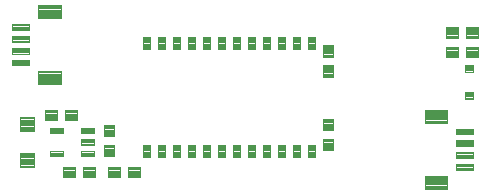
<source format=gtp>
G04 EAGLE Gerber RS-274X export*
G75*
%MOMM*%
%FSLAX34Y34*%
%LPD*%
%INSolderpaste Top*%
%IPPOS*%
%AMOC8*
5,1,8,0,0,1.08239X$1,22.5*%
G01*
%ADD10C,0.100000*%
%ADD11C,0.100800*%
%ADD12C,0.102000*%
%ADD13C,0.096000*%
%ADD14C,0.099059*%
%ADD15C,0.099000*%
%ADD16C,0.104000*%


D10*
X278820Y104450D02*
X278820Y94450D01*
X269820Y94450D01*
X269820Y104450D01*
X278820Y104450D01*
X278820Y95400D02*
X269820Y95400D01*
X269820Y96350D02*
X278820Y96350D01*
X278820Y97300D02*
X269820Y97300D01*
X269820Y98250D02*
X278820Y98250D01*
X278820Y99200D02*
X269820Y99200D01*
X269820Y100150D02*
X278820Y100150D01*
X278820Y101100D02*
X269820Y101100D01*
X269820Y102050D02*
X278820Y102050D01*
X278820Y103000D02*
X269820Y103000D01*
X269820Y103950D02*
X278820Y103950D01*
X278820Y111450D02*
X278820Y121450D01*
X278820Y111450D02*
X269820Y111450D01*
X269820Y121450D01*
X278820Y121450D01*
X278820Y112400D02*
X269820Y112400D01*
X269820Y113350D02*
X278820Y113350D01*
X278820Y114300D02*
X269820Y114300D01*
X269820Y115250D02*
X278820Y115250D01*
X278820Y116200D02*
X269820Y116200D01*
X269820Y117150D02*
X278820Y117150D01*
X278820Y118100D02*
X269820Y118100D01*
X269820Y119050D02*
X278820Y119050D01*
X278820Y120000D02*
X269820Y120000D01*
X269820Y120950D02*
X278820Y120950D01*
X60000Y71700D02*
X50000Y71700D01*
X50000Y80700D01*
X60000Y80700D01*
X60000Y71700D01*
X60000Y72650D02*
X50000Y72650D01*
X50000Y73600D02*
X60000Y73600D01*
X60000Y74550D02*
X50000Y74550D01*
X50000Y75500D02*
X60000Y75500D01*
X60000Y76450D02*
X50000Y76450D01*
X50000Y77400D02*
X60000Y77400D01*
X60000Y78350D02*
X50000Y78350D01*
X50000Y79300D02*
X60000Y79300D01*
X60000Y80250D02*
X50000Y80250D01*
X67000Y71700D02*
X77000Y71700D01*
X67000Y71700D02*
X67000Y80700D01*
X77000Y80700D01*
X77000Y71700D01*
X77000Y72650D02*
X67000Y72650D01*
X67000Y73600D02*
X77000Y73600D01*
X77000Y74550D02*
X67000Y74550D01*
X67000Y75500D02*
X77000Y75500D01*
X77000Y76450D02*
X67000Y76450D01*
X67000Y77400D02*
X77000Y77400D01*
X77000Y78350D02*
X67000Y78350D01*
X67000Y79300D02*
X77000Y79300D01*
X77000Y80250D02*
X67000Y80250D01*
X105100Y80700D02*
X115100Y80700D01*
X115100Y71700D01*
X105100Y71700D01*
X105100Y80700D01*
X105100Y72650D02*
X115100Y72650D01*
X115100Y73600D02*
X105100Y73600D01*
X105100Y74550D02*
X115100Y74550D01*
X115100Y75500D02*
X105100Y75500D01*
X105100Y76450D02*
X115100Y76450D01*
X115100Y77400D02*
X105100Y77400D01*
X105100Y78350D02*
X115100Y78350D01*
X115100Y79300D02*
X105100Y79300D01*
X105100Y80250D02*
X115100Y80250D01*
X98100Y80700D02*
X88100Y80700D01*
X98100Y80700D02*
X98100Y71700D01*
X88100Y71700D01*
X88100Y80700D01*
X88100Y72650D02*
X98100Y72650D01*
X98100Y73600D02*
X88100Y73600D01*
X88100Y74550D02*
X98100Y74550D01*
X98100Y75500D02*
X88100Y75500D01*
X88100Y76450D02*
X98100Y76450D01*
X98100Y77400D02*
X88100Y77400D01*
X88100Y78350D02*
X98100Y78350D01*
X98100Y79300D02*
X88100Y79300D01*
X88100Y80250D02*
X98100Y80250D01*
X373850Y173300D02*
X383850Y173300D01*
X373850Y173300D02*
X373850Y182300D01*
X383850Y182300D01*
X383850Y173300D01*
X383850Y174250D02*
X373850Y174250D01*
X373850Y175200D02*
X383850Y175200D01*
X383850Y176150D02*
X373850Y176150D01*
X373850Y177100D02*
X383850Y177100D01*
X383850Y178050D02*
X373850Y178050D01*
X373850Y179000D02*
X383850Y179000D01*
X383850Y179950D02*
X373850Y179950D01*
X373850Y180900D02*
X383850Y180900D01*
X383850Y181850D02*
X373850Y181850D01*
X390850Y173300D02*
X400850Y173300D01*
X390850Y173300D02*
X390850Y182300D01*
X400850Y182300D01*
X400850Y173300D01*
X400850Y174250D02*
X390850Y174250D01*
X390850Y175200D02*
X400850Y175200D01*
X400850Y176150D02*
X390850Y176150D01*
X390850Y177100D02*
X400850Y177100D01*
X400850Y178050D02*
X390850Y178050D01*
X390850Y179000D02*
X400850Y179000D01*
X400850Y179950D02*
X390850Y179950D01*
X390850Y180900D02*
X400850Y180900D01*
X400850Y181850D02*
X390850Y181850D01*
X383850Y189810D02*
X373850Y189810D01*
X373850Y198810D01*
X383850Y198810D01*
X383850Y189810D01*
X383850Y190760D02*
X373850Y190760D01*
X373850Y191710D02*
X383850Y191710D01*
X383850Y192660D02*
X373850Y192660D01*
X373850Y193610D02*
X383850Y193610D01*
X383850Y194560D02*
X373850Y194560D01*
X373850Y195510D02*
X383850Y195510D01*
X383850Y196460D02*
X373850Y196460D01*
X373850Y197410D02*
X383850Y197410D01*
X383850Y198360D02*
X373850Y198360D01*
X390850Y189810D02*
X400850Y189810D01*
X390850Y189810D02*
X390850Y198810D01*
X400850Y198810D01*
X400850Y189810D01*
X400850Y190760D02*
X390850Y190760D01*
X390850Y191710D02*
X400850Y191710D01*
X400850Y192660D02*
X390850Y192660D01*
X390850Y193610D02*
X400850Y193610D01*
X400850Y194560D02*
X390850Y194560D01*
X390850Y195510D02*
X400850Y195510D01*
X400850Y196460D02*
X390850Y196460D01*
X390850Y197410D02*
X400850Y197410D01*
X400850Y198360D02*
X390850Y198360D01*
D11*
X390054Y166546D02*
X390054Y161254D01*
X390054Y166546D02*
X397346Y166546D01*
X397346Y161254D01*
X390054Y161254D01*
X390054Y162212D02*
X397346Y162212D01*
X397346Y163170D02*
X390054Y163170D01*
X390054Y164128D02*
X397346Y164128D01*
X397346Y165086D02*
X390054Y165086D01*
X390054Y166044D02*
X397346Y166044D01*
X390054Y143546D02*
X390054Y138254D01*
X390054Y143546D02*
X397346Y143546D01*
X397346Y138254D01*
X390054Y138254D01*
X390054Y139212D02*
X397346Y139212D01*
X397346Y140170D02*
X390054Y140170D01*
X390054Y141128D02*
X397346Y141128D01*
X397346Y142086D02*
X390054Y142086D01*
X390054Y143044D02*
X397346Y143044D01*
D12*
X6860Y196440D02*
X6860Y201420D01*
X21340Y201420D01*
X21340Y196440D01*
X6860Y196440D01*
X6860Y197409D02*
X21340Y197409D01*
X21340Y198378D02*
X6860Y198378D01*
X6860Y199347D02*
X21340Y199347D01*
X21340Y200316D02*
X6860Y200316D01*
X6860Y201285D02*
X21340Y201285D01*
X6860Y191420D02*
X6860Y186440D01*
X6860Y191420D02*
X21340Y191420D01*
X21340Y186440D01*
X6860Y186440D01*
X6860Y187409D02*
X21340Y187409D01*
X21340Y188378D02*
X6860Y188378D01*
X6860Y189347D02*
X21340Y189347D01*
X21340Y190316D02*
X6860Y190316D01*
X6860Y191285D02*
X21340Y191285D01*
X6860Y181420D02*
X6860Y176440D01*
X6860Y181420D02*
X21340Y181420D01*
X21340Y176440D01*
X6860Y176440D01*
X6860Y177409D02*
X21340Y177409D01*
X21340Y178378D02*
X6860Y178378D01*
X6860Y179347D02*
X21340Y179347D01*
X21340Y180316D02*
X6860Y180316D01*
X6860Y181285D02*
X21340Y181285D01*
X6860Y171420D02*
X6860Y166440D01*
X6860Y171420D02*
X21340Y171420D01*
X21340Y166440D01*
X6860Y166440D01*
X6860Y167409D02*
X21340Y167409D01*
X21340Y168378D02*
X6860Y168378D01*
X6860Y169347D02*
X21340Y169347D01*
X21340Y170316D02*
X6860Y170316D01*
X6860Y171285D02*
X21340Y171285D01*
D13*
X28830Y206410D02*
X28830Y217450D01*
X47870Y217450D01*
X47870Y206410D01*
X28830Y206410D01*
X28830Y207322D02*
X47870Y207322D01*
X47870Y208234D02*
X28830Y208234D01*
X28830Y209146D02*
X47870Y209146D01*
X47870Y210058D02*
X28830Y210058D01*
X28830Y210970D02*
X47870Y210970D01*
X47870Y211882D02*
X28830Y211882D01*
X28830Y212794D02*
X47870Y212794D01*
X47870Y213706D02*
X28830Y213706D01*
X28830Y214618D02*
X47870Y214618D01*
X47870Y215530D02*
X28830Y215530D01*
X28830Y216442D02*
X47870Y216442D01*
X47870Y217354D02*
X28830Y217354D01*
X28830Y161450D02*
X28830Y150410D01*
X28830Y161450D02*
X47870Y161450D01*
X47870Y150410D01*
X28830Y150410D01*
X28830Y151322D02*
X47870Y151322D01*
X47870Y152234D02*
X28830Y152234D01*
X28830Y153146D02*
X47870Y153146D01*
X47870Y154058D02*
X28830Y154058D01*
X28830Y154970D02*
X47870Y154970D01*
X47870Y155882D02*
X28830Y155882D01*
X28830Y156794D02*
X47870Y156794D01*
X47870Y157706D02*
X28830Y157706D01*
X28830Y158618D02*
X47870Y158618D01*
X47870Y159530D02*
X28830Y159530D01*
X28830Y160442D02*
X47870Y160442D01*
X47870Y161354D02*
X28830Y161354D01*
D12*
X397000Y82960D02*
X397000Y77980D01*
X382520Y77980D01*
X382520Y82960D01*
X397000Y82960D01*
X397000Y78949D02*
X382520Y78949D01*
X382520Y79918D02*
X397000Y79918D01*
X397000Y80887D02*
X382520Y80887D01*
X382520Y81856D02*
X397000Y81856D01*
X397000Y82825D02*
X382520Y82825D01*
X397000Y87980D02*
X397000Y92960D01*
X397000Y87980D02*
X382520Y87980D01*
X382520Y92960D01*
X397000Y92960D01*
X397000Y88949D02*
X382520Y88949D01*
X382520Y89918D02*
X397000Y89918D01*
X397000Y90887D02*
X382520Y90887D01*
X382520Y91856D02*
X397000Y91856D01*
X397000Y92825D02*
X382520Y92825D01*
X397000Y97980D02*
X397000Y102960D01*
X397000Y97980D02*
X382520Y97980D01*
X382520Y102960D01*
X397000Y102960D01*
X397000Y98949D02*
X382520Y98949D01*
X382520Y99918D02*
X397000Y99918D01*
X397000Y100887D02*
X382520Y100887D01*
X382520Y101856D02*
X397000Y101856D01*
X397000Y102825D02*
X382520Y102825D01*
X397000Y107980D02*
X397000Y112960D01*
X397000Y107980D02*
X382520Y107980D01*
X382520Y112960D01*
X397000Y112960D01*
X397000Y108949D02*
X382520Y108949D01*
X382520Y109918D02*
X397000Y109918D01*
X397000Y110887D02*
X382520Y110887D01*
X382520Y111856D02*
X397000Y111856D01*
X397000Y112825D02*
X382520Y112825D01*
D13*
X375030Y72990D02*
X375030Y61950D01*
X355990Y61950D01*
X355990Y72990D01*
X375030Y72990D01*
X375030Y62862D02*
X355990Y62862D01*
X355990Y63774D02*
X375030Y63774D01*
X375030Y64686D02*
X355990Y64686D01*
X355990Y65598D02*
X375030Y65598D01*
X375030Y66510D02*
X355990Y66510D01*
X355990Y67422D02*
X375030Y67422D01*
X375030Y68334D02*
X355990Y68334D01*
X355990Y69246D02*
X375030Y69246D01*
X375030Y70158D02*
X355990Y70158D01*
X355990Y71070D02*
X375030Y71070D01*
X375030Y71982D02*
X355990Y71982D01*
X355990Y72894D02*
X375030Y72894D01*
X375030Y117950D02*
X375030Y128990D01*
X375030Y117950D02*
X355990Y117950D01*
X355990Y128990D01*
X375030Y128990D01*
X375030Y118862D02*
X355990Y118862D01*
X355990Y119774D02*
X375030Y119774D01*
X375030Y120686D02*
X355990Y120686D01*
X355990Y121598D02*
X375030Y121598D01*
X375030Y122510D02*
X355990Y122510D01*
X355990Y123422D02*
X375030Y123422D01*
X375030Y124334D02*
X355990Y124334D01*
X355990Y125246D02*
X375030Y125246D01*
X375030Y126158D02*
X355990Y126158D01*
X355990Y127070D02*
X375030Y127070D01*
X375030Y127982D02*
X355990Y127982D01*
X355990Y128894D02*
X375030Y128894D01*
D14*
X199657Y190640D02*
X194043Y190640D01*
X199657Y190640D02*
X199657Y180200D01*
X194043Y180200D01*
X194043Y190640D01*
X194043Y181141D02*
X199657Y181141D01*
X199657Y182082D02*
X194043Y182082D01*
X194043Y183023D02*
X199657Y183023D01*
X199657Y183964D02*
X194043Y183964D01*
X194043Y184905D02*
X199657Y184905D01*
X199657Y185846D02*
X194043Y185846D01*
X194043Y186787D02*
X199657Y186787D01*
X199657Y187728D02*
X194043Y187728D01*
X194043Y188669D02*
X199657Y188669D01*
X199657Y189610D02*
X194043Y189610D01*
X194043Y190551D02*
X199657Y190551D01*
X186957Y190640D02*
X181343Y190640D01*
X186957Y190640D02*
X186957Y180200D01*
X181343Y180200D01*
X181343Y190640D01*
X181343Y181141D02*
X186957Y181141D01*
X186957Y182082D02*
X181343Y182082D01*
X181343Y183023D02*
X186957Y183023D01*
X186957Y183964D02*
X181343Y183964D01*
X181343Y184905D02*
X186957Y184905D01*
X186957Y185846D02*
X181343Y185846D01*
X181343Y186787D02*
X186957Y186787D01*
X186957Y187728D02*
X181343Y187728D01*
X181343Y188669D02*
X186957Y188669D01*
X186957Y189610D02*
X181343Y189610D01*
X181343Y190551D02*
X186957Y190551D01*
X194043Y99200D02*
X199657Y99200D01*
X199657Y88760D01*
X194043Y88760D01*
X194043Y99200D01*
X194043Y89701D02*
X199657Y89701D01*
X199657Y90642D02*
X194043Y90642D01*
X194043Y91583D02*
X199657Y91583D01*
X199657Y92524D02*
X194043Y92524D01*
X194043Y93465D02*
X199657Y93465D01*
X199657Y94406D02*
X194043Y94406D01*
X194043Y95347D02*
X199657Y95347D01*
X199657Y96288D02*
X194043Y96288D01*
X194043Y97229D02*
X199657Y97229D01*
X199657Y98170D02*
X194043Y98170D01*
X194043Y99111D02*
X199657Y99111D01*
X186957Y99200D02*
X181343Y99200D01*
X186957Y99200D02*
X186957Y88760D01*
X181343Y88760D01*
X181343Y99200D01*
X181343Y89701D02*
X186957Y89701D01*
X186957Y90642D02*
X181343Y90642D01*
X181343Y91583D02*
X186957Y91583D01*
X186957Y92524D02*
X181343Y92524D01*
X181343Y93465D02*
X186957Y93465D01*
X186957Y94406D02*
X181343Y94406D01*
X181343Y95347D02*
X186957Y95347D01*
X186957Y96288D02*
X181343Y96288D01*
X181343Y97229D02*
X186957Y97229D01*
X186957Y98170D02*
X181343Y98170D01*
X181343Y99111D02*
X186957Y99111D01*
X174257Y190640D02*
X168643Y190640D01*
X174257Y190640D02*
X174257Y180200D01*
X168643Y180200D01*
X168643Y190640D01*
X168643Y181141D02*
X174257Y181141D01*
X174257Y182082D02*
X168643Y182082D01*
X168643Y183023D02*
X174257Y183023D01*
X174257Y183964D02*
X168643Y183964D01*
X168643Y184905D02*
X174257Y184905D01*
X174257Y185846D02*
X168643Y185846D01*
X168643Y186787D02*
X174257Y186787D01*
X174257Y187728D02*
X168643Y187728D01*
X168643Y188669D02*
X174257Y188669D01*
X174257Y189610D02*
X168643Y189610D01*
X168643Y190551D02*
X174257Y190551D01*
X161557Y190640D02*
X155943Y190640D01*
X161557Y190640D02*
X161557Y180200D01*
X155943Y180200D01*
X155943Y190640D01*
X155943Y181141D02*
X161557Y181141D01*
X161557Y182082D02*
X155943Y182082D01*
X155943Y183023D02*
X161557Y183023D01*
X161557Y183964D02*
X155943Y183964D01*
X155943Y184905D02*
X161557Y184905D01*
X161557Y185846D02*
X155943Y185846D01*
X155943Y186787D02*
X161557Y186787D01*
X161557Y187728D02*
X155943Y187728D01*
X155943Y188669D02*
X161557Y188669D01*
X161557Y189610D02*
X155943Y189610D01*
X155943Y190551D02*
X161557Y190551D01*
X148857Y190640D02*
X143243Y190640D01*
X148857Y190640D02*
X148857Y180200D01*
X143243Y180200D01*
X143243Y190640D01*
X143243Y181141D02*
X148857Y181141D01*
X148857Y182082D02*
X143243Y182082D01*
X143243Y183023D02*
X148857Y183023D01*
X148857Y183964D02*
X143243Y183964D01*
X143243Y184905D02*
X148857Y184905D01*
X148857Y185846D02*
X143243Y185846D01*
X143243Y186787D02*
X148857Y186787D01*
X148857Y187728D02*
X143243Y187728D01*
X143243Y188669D02*
X148857Y188669D01*
X148857Y189610D02*
X143243Y189610D01*
X143243Y190551D02*
X148857Y190551D01*
X136157Y190640D02*
X130543Y190640D01*
X136157Y190640D02*
X136157Y180200D01*
X130543Y180200D01*
X130543Y190640D01*
X130543Y181141D02*
X136157Y181141D01*
X136157Y182082D02*
X130543Y182082D01*
X130543Y183023D02*
X136157Y183023D01*
X136157Y183964D02*
X130543Y183964D01*
X130543Y184905D02*
X136157Y184905D01*
X136157Y185846D02*
X130543Y185846D01*
X130543Y186787D02*
X136157Y186787D01*
X136157Y187728D02*
X130543Y187728D01*
X130543Y188669D02*
X136157Y188669D01*
X136157Y189610D02*
X130543Y189610D01*
X130543Y190551D02*
X136157Y190551D01*
X123457Y190640D02*
X117843Y190640D01*
X123457Y190640D02*
X123457Y180200D01*
X117843Y180200D01*
X117843Y190640D01*
X117843Y181141D02*
X123457Y181141D01*
X123457Y182082D02*
X117843Y182082D01*
X117843Y183023D02*
X123457Y183023D01*
X123457Y183964D02*
X117843Y183964D01*
X117843Y184905D02*
X123457Y184905D01*
X123457Y185846D02*
X117843Y185846D01*
X117843Y186787D02*
X123457Y186787D01*
X123457Y187728D02*
X117843Y187728D01*
X117843Y188669D02*
X123457Y188669D01*
X123457Y189610D02*
X117843Y189610D01*
X117843Y190551D02*
X123457Y190551D01*
X257543Y190640D02*
X263157Y190640D01*
X263157Y180200D01*
X257543Y180200D01*
X257543Y190640D01*
X257543Y181141D02*
X263157Y181141D01*
X263157Y182082D02*
X257543Y182082D01*
X257543Y183023D02*
X263157Y183023D01*
X263157Y183964D02*
X257543Y183964D01*
X257543Y184905D02*
X263157Y184905D01*
X263157Y185846D02*
X257543Y185846D01*
X257543Y186787D02*
X263157Y186787D01*
X263157Y187728D02*
X257543Y187728D01*
X257543Y188669D02*
X263157Y188669D01*
X263157Y189610D02*
X257543Y189610D01*
X257543Y190551D02*
X263157Y190551D01*
X250457Y190640D02*
X244843Y190640D01*
X250457Y190640D02*
X250457Y180200D01*
X244843Y180200D01*
X244843Y190640D01*
X244843Y181141D02*
X250457Y181141D01*
X250457Y182082D02*
X244843Y182082D01*
X244843Y183023D02*
X250457Y183023D01*
X250457Y183964D02*
X244843Y183964D01*
X244843Y184905D02*
X250457Y184905D01*
X250457Y185846D02*
X244843Y185846D01*
X244843Y186787D02*
X250457Y186787D01*
X250457Y187728D02*
X244843Y187728D01*
X244843Y188669D02*
X250457Y188669D01*
X250457Y189610D02*
X244843Y189610D01*
X244843Y190551D02*
X250457Y190551D01*
X237757Y190640D02*
X232143Y190640D01*
X237757Y190640D02*
X237757Y180200D01*
X232143Y180200D01*
X232143Y190640D01*
X232143Y181141D02*
X237757Y181141D01*
X237757Y182082D02*
X232143Y182082D01*
X232143Y183023D02*
X237757Y183023D01*
X237757Y183964D02*
X232143Y183964D01*
X232143Y184905D02*
X237757Y184905D01*
X237757Y185846D02*
X232143Y185846D01*
X232143Y186787D02*
X237757Y186787D01*
X237757Y187728D02*
X232143Y187728D01*
X232143Y188669D02*
X237757Y188669D01*
X237757Y189610D02*
X232143Y189610D01*
X232143Y190551D02*
X237757Y190551D01*
X225057Y190640D02*
X219443Y190640D01*
X225057Y190640D02*
X225057Y180200D01*
X219443Y180200D01*
X219443Y190640D01*
X219443Y181141D02*
X225057Y181141D01*
X225057Y182082D02*
X219443Y182082D01*
X219443Y183023D02*
X225057Y183023D01*
X225057Y183964D02*
X219443Y183964D01*
X219443Y184905D02*
X225057Y184905D01*
X225057Y185846D02*
X219443Y185846D01*
X219443Y186787D02*
X225057Y186787D01*
X225057Y187728D02*
X219443Y187728D01*
X219443Y188669D02*
X225057Y188669D01*
X225057Y189610D02*
X219443Y189610D01*
X219443Y190551D02*
X225057Y190551D01*
X212357Y190640D02*
X206743Y190640D01*
X212357Y190640D02*
X212357Y180200D01*
X206743Y180200D01*
X206743Y190640D01*
X206743Y181141D02*
X212357Y181141D01*
X212357Y182082D02*
X206743Y182082D01*
X206743Y183023D02*
X212357Y183023D01*
X212357Y183964D02*
X206743Y183964D01*
X206743Y184905D02*
X212357Y184905D01*
X212357Y185846D02*
X206743Y185846D01*
X206743Y186787D02*
X212357Y186787D01*
X212357Y187728D02*
X206743Y187728D01*
X206743Y188669D02*
X212357Y188669D01*
X212357Y189610D02*
X206743Y189610D01*
X206743Y190551D02*
X212357Y190551D01*
X212357Y99200D02*
X206743Y99200D01*
X212357Y99200D02*
X212357Y88760D01*
X206743Y88760D01*
X206743Y99200D01*
X206743Y89701D02*
X212357Y89701D01*
X212357Y90642D02*
X206743Y90642D01*
X206743Y91583D02*
X212357Y91583D01*
X212357Y92524D02*
X206743Y92524D01*
X206743Y93465D02*
X212357Y93465D01*
X212357Y94406D02*
X206743Y94406D01*
X206743Y95347D02*
X212357Y95347D01*
X212357Y96288D02*
X206743Y96288D01*
X206743Y97229D02*
X212357Y97229D01*
X212357Y98170D02*
X206743Y98170D01*
X206743Y99111D02*
X212357Y99111D01*
X174257Y99200D02*
X168643Y99200D01*
X174257Y99200D02*
X174257Y88760D01*
X168643Y88760D01*
X168643Y99200D01*
X168643Y89701D02*
X174257Y89701D01*
X174257Y90642D02*
X168643Y90642D01*
X168643Y91583D02*
X174257Y91583D01*
X174257Y92524D02*
X168643Y92524D01*
X168643Y93465D02*
X174257Y93465D01*
X174257Y94406D02*
X168643Y94406D01*
X168643Y95347D02*
X174257Y95347D01*
X174257Y96288D02*
X168643Y96288D01*
X168643Y97229D02*
X174257Y97229D01*
X174257Y98170D02*
X168643Y98170D01*
X168643Y99111D02*
X174257Y99111D01*
X161557Y99200D02*
X155943Y99200D01*
X161557Y99200D02*
X161557Y88760D01*
X155943Y88760D01*
X155943Y99200D01*
X155943Y89701D02*
X161557Y89701D01*
X161557Y90642D02*
X155943Y90642D01*
X155943Y91583D02*
X161557Y91583D01*
X161557Y92524D02*
X155943Y92524D01*
X155943Y93465D02*
X161557Y93465D01*
X161557Y94406D02*
X155943Y94406D01*
X155943Y95347D02*
X161557Y95347D01*
X161557Y96288D02*
X155943Y96288D01*
X155943Y97229D02*
X161557Y97229D01*
X161557Y98170D02*
X155943Y98170D01*
X155943Y99111D02*
X161557Y99111D01*
X219443Y99200D02*
X225057Y99200D01*
X225057Y88760D01*
X219443Y88760D01*
X219443Y99200D01*
X219443Y89701D02*
X225057Y89701D01*
X225057Y90642D02*
X219443Y90642D01*
X219443Y91583D02*
X225057Y91583D01*
X225057Y92524D02*
X219443Y92524D01*
X219443Y93465D02*
X225057Y93465D01*
X225057Y94406D02*
X219443Y94406D01*
X219443Y95347D02*
X225057Y95347D01*
X225057Y96288D02*
X219443Y96288D01*
X219443Y97229D02*
X225057Y97229D01*
X225057Y98170D02*
X219443Y98170D01*
X219443Y99111D02*
X225057Y99111D01*
X148857Y99200D02*
X143243Y99200D01*
X148857Y99200D02*
X148857Y88760D01*
X143243Y88760D01*
X143243Y99200D01*
X143243Y89701D02*
X148857Y89701D01*
X148857Y90642D02*
X143243Y90642D01*
X143243Y91583D02*
X148857Y91583D01*
X148857Y92524D02*
X143243Y92524D01*
X143243Y93465D02*
X148857Y93465D01*
X148857Y94406D02*
X143243Y94406D01*
X143243Y95347D02*
X148857Y95347D01*
X148857Y96288D02*
X143243Y96288D01*
X143243Y97229D02*
X148857Y97229D01*
X148857Y98170D02*
X143243Y98170D01*
X143243Y99111D02*
X148857Y99111D01*
X232143Y99200D02*
X237757Y99200D01*
X237757Y88760D01*
X232143Y88760D01*
X232143Y99200D01*
X232143Y89701D02*
X237757Y89701D01*
X237757Y90642D02*
X232143Y90642D01*
X232143Y91583D02*
X237757Y91583D01*
X237757Y92524D02*
X232143Y92524D01*
X232143Y93465D02*
X237757Y93465D01*
X237757Y94406D02*
X232143Y94406D01*
X232143Y95347D02*
X237757Y95347D01*
X237757Y96288D02*
X232143Y96288D01*
X232143Y97229D02*
X237757Y97229D01*
X237757Y98170D02*
X232143Y98170D01*
X232143Y99111D02*
X237757Y99111D01*
X244843Y99200D02*
X250457Y99200D01*
X250457Y88760D01*
X244843Y88760D01*
X244843Y99200D01*
X244843Y89701D02*
X250457Y89701D01*
X250457Y90642D02*
X244843Y90642D01*
X244843Y91583D02*
X250457Y91583D01*
X250457Y92524D02*
X244843Y92524D01*
X244843Y93465D02*
X250457Y93465D01*
X250457Y94406D02*
X244843Y94406D01*
X244843Y95347D02*
X250457Y95347D01*
X250457Y96288D02*
X244843Y96288D01*
X244843Y97229D02*
X250457Y97229D01*
X250457Y98170D02*
X244843Y98170D01*
X244843Y99111D02*
X250457Y99111D01*
X136157Y99200D02*
X130543Y99200D01*
X136157Y99200D02*
X136157Y88760D01*
X130543Y88760D01*
X130543Y99200D01*
X130543Y89701D02*
X136157Y89701D01*
X136157Y90642D02*
X130543Y90642D01*
X130543Y91583D02*
X136157Y91583D01*
X136157Y92524D02*
X130543Y92524D01*
X130543Y93465D02*
X136157Y93465D01*
X136157Y94406D02*
X130543Y94406D01*
X130543Y95347D02*
X136157Y95347D01*
X136157Y96288D02*
X130543Y96288D01*
X130543Y97229D02*
X136157Y97229D01*
X136157Y98170D02*
X130543Y98170D01*
X130543Y99111D02*
X136157Y99111D01*
X123457Y99200D02*
X117843Y99200D01*
X123457Y99200D02*
X123457Y88760D01*
X117843Y88760D01*
X117843Y99200D01*
X117843Y89701D02*
X123457Y89701D01*
X123457Y90642D02*
X117843Y90642D01*
X117843Y91583D02*
X123457Y91583D01*
X123457Y92524D02*
X117843Y92524D01*
X117843Y93465D02*
X123457Y93465D01*
X123457Y94406D02*
X117843Y94406D01*
X117843Y95347D02*
X123457Y95347D01*
X123457Y96288D02*
X117843Y96288D01*
X117843Y97229D02*
X123457Y97229D01*
X123457Y98170D02*
X117843Y98170D01*
X117843Y99111D02*
X123457Y99111D01*
X257543Y99200D02*
X263157Y99200D01*
X263157Y88760D01*
X257543Y88760D01*
X257543Y99200D01*
X257543Y89701D02*
X263157Y89701D01*
X263157Y90642D02*
X257543Y90642D01*
X257543Y91583D02*
X263157Y91583D01*
X263157Y92524D02*
X257543Y92524D01*
X257543Y93465D02*
X263157Y93465D01*
X263157Y94406D02*
X257543Y94406D01*
X257543Y95347D02*
X263157Y95347D01*
X263157Y96288D02*
X257543Y96288D01*
X257543Y97229D02*
X263157Y97229D01*
X263157Y98170D02*
X257543Y98170D01*
X257543Y99111D02*
X263157Y99111D01*
D10*
X278820Y156680D02*
X278820Y166680D01*
X278820Y156680D02*
X269820Y156680D01*
X269820Y166680D01*
X278820Y166680D01*
X278820Y157630D02*
X269820Y157630D01*
X269820Y158580D02*
X278820Y158580D01*
X278820Y159530D02*
X269820Y159530D01*
X269820Y160480D02*
X278820Y160480D01*
X278820Y161430D02*
X269820Y161430D01*
X269820Y162380D02*
X278820Y162380D01*
X278820Y163330D02*
X269820Y163330D01*
X269820Y164280D02*
X278820Y164280D01*
X278820Y165230D02*
X269820Y165230D01*
X269820Y166180D02*
X278820Y166180D01*
X278820Y173680D02*
X278820Y183680D01*
X278820Y173680D02*
X269820Y173680D01*
X269820Y183680D01*
X278820Y183680D01*
X278820Y174630D02*
X269820Y174630D01*
X269820Y175580D02*
X278820Y175580D01*
X278820Y176530D02*
X269820Y176530D01*
X269820Y177480D02*
X278820Y177480D01*
X278820Y178430D02*
X269820Y178430D01*
X269820Y179380D02*
X278820Y179380D01*
X278820Y180330D02*
X269820Y180330D01*
X269820Y181280D02*
X278820Y181280D01*
X278820Y182230D02*
X269820Y182230D01*
X269820Y183180D02*
X278820Y183180D01*
D15*
X75656Y94355D02*
X75656Y89845D01*
X64646Y89845D01*
X64646Y94355D01*
X75656Y94355D01*
X75656Y90785D02*
X64646Y90785D01*
X64646Y91725D02*
X75656Y91725D01*
X75656Y92665D02*
X64646Y92665D01*
X64646Y93605D02*
X75656Y93605D01*
X75656Y99345D02*
X75656Y103855D01*
X75656Y99345D02*
X64646Y99345D01*
X64646Y103855D01*
X75656Y103855D01*
X75656Y100285D02*
X64646Y100285D01*
X64646Y101225D02*
X75656Y101225D01*
X75656Y102165D02*
X64646Y102165D01*
X64646Y103105D02*
X75656Y103105D01*
X75656Y108845D02*
X75656Y113355D01*
X75656Y108845D02*
X64646Y108845D01*
X64646Y113355D01*
X75656Y113355D01*
X75656Y109785D02*
X64646Y109785D01*
X64646Y110725D02*
X75656Y110725D01*
X75656Y111665D02*
X64646Y111665D01*
X64646Y112605D02*
X75656Y112605D01*
X49654Y113355D02*
X49654Y108845D01*
X38644Y108845D01*
X38644Y113355D01*
X49654Y113355D01*
X49654Y109785D02*
X38644Y109785D01*
X38644Y110725D02*
X49654Y110725D01*
X49654Y111665D02*
X38644Y111665D01*
X38644Y112605D02*
X49654Y112605D01*
X49654Y94355D02*
X49654Y89845D01*
X38644Y89845D01*
X38644Y94355D01*
X49654Y94355D01*
X49654Y90785D02*
X38644Y90785D01*
X38644Y91725D02*
X49654Y91725D01*
X49654Y92665D02*
X38644Y92665D01*
X38644Y93605D02*
X49654Y93605D01*
D10*
X84400Y106370D02*
X84400Y116370D01*
X93400Y116370D01*
X93400Y106370D01*
X84400Y106370D01*
X84400Y107320D02*
X93400Y107320D01*
X93400Y108270D02*
X84400Y108270D01*
X84400Y109220D02*
X93400Y109220D01*
X93400Y110170D02*
X84400Y110170D01*
X84400Y111120D02*
X93400Y111120D01*
X93400Y112070D02*
X84400Y112070D01*
X84400Y113020D02*
X93400Y113020D01*
X93400Y113970D02*
X84400Y113970D01*
X84400Y114920D02*
X93400Y114920D01*
X93400Y115870D02*
X84400Y115870D01*
X84400Y99370D02*
X84400Y89370D01*
X84400Y99370D02*
X93400Y99370D01*
X93400Y89370D01*
X84400Y89370D01*
X84400Y90320D02*
X93400Y90320D01*
X93400Y91270D02*
X84400Y91270D01*
X84400Y92220D02*
X93400Y92220D01*
X93400Y93170D02*
X84400Y93170D01*
X84400Y94120D02*
X93400Y94120D01*
X93400Y95070D02*
X84400Y95070D01*
X84400Y96020D02*
X93400Y96020D01*
X93400Y96970D02*
X84400Y96970D01*
X84400Y97920D02*
X93400Y97920D01*
X93400Y98870D02*
X84400Y98870D01*
X61760Y128960D02*
X51760Y128960D01*
X61760Y128960D02*
X61760Y119960D01*
X51760Y119960D01*
X51760Y128960D01*
X51760Y120910D02*
X61760Y120910D01*
X61760Y121860D02*
X51760Y121860D01*
X51760Y122810D02*
X61760Y122810D01*
X61760Y123760D02*
X51760Y123760D01*
X51760Y124710D02*
X61760Y124710D01*
X61760Y125660D02*
X51760Y125660D01*
X51760Y126610D02*
X61760Y126610D01*
X61760Y127560D02*
X51760Y127560D01*
X51760Y128510D02*
X61760Y128510D01*
X44760Y128960D02*
X34760Y128960D01*
X44760Y128960D02*
X44760Y119960D01*
X34760Y119960D01*
X34760Y128960D01*
X34760Y120910D02*
X44760Y120910D01*
X44760Y121860D02*
X34760Y121860D01*
X34760Y122810D02*
X44760Y122810D01*
X44760Y123760D02*
X34760Y123760D01*
X34760Y124710D02*
X44760Y124710D01*
X44760Y125660D02*
X34760Y125660D01*
X34760Y126610D02*
X44760Y126610D01*
X44760Y127560D02*
X34760Y127560D01*
X34760Y128510D02*
X44760Y128510D01*
D16*
X25030Y92580D02*
X13070Y92580D01*
X25030Y92580D02*
X25030Y80620D01*
X13070Y80620D01*
X13070Y92580D01*
X13070Y81608D02*
X25030Y81608D01*
X25030Y82596D02*
X13070Y82596D01*
X13070Y83584D02*
X25030Y83584D01*
X25030Y84572D02*
X13070Y84572D01*
X13070Y85560D02*
X25030Y85560D01*
X25030Y86548D02*
X13070Y86548D01*
X13070Y87536D02*
X25030Y87536D01*
X25030Y88524D02*
X13070Y88524D01*
X13070Y89512D02*
X25030Y89512D01*
X25030Y90500D02*
X13070Y90500D01*
X13070Y91488D02*
X25030Y91488D01*
X25030Y92476D02*
X13070Y92476D01*
X13070Y122580D02*
X25030Y122580D01*
X25030Y110620D01*
X13070Y110620D01*
X13070Y122580D01*
X13070Y111608D02*
X25030Y111608D01*
X25030Y112596D02*
X13070Y112596D01*
X13070Y113584D02*
X25030Y113584D01*
X25030Y114572D02*
X13070Y114572D01*
X13070Y115560D02*
X25030Y115560D01*
X25030Y116548D02*
X13070Y116548D01*
X13070Y117536D02*
X25030Y117536D01*
X25030Y118524D02*
X13070Y118524D01*
X13070Y119512D02*
X25030Y119512D01*
X25030Y120500D02*
X13070Y120500D01*
X13070Y121488D02*
X25030Y121488D01*
X25030Y122476D02*
X13070Y122476D01*
M02*

</source>
